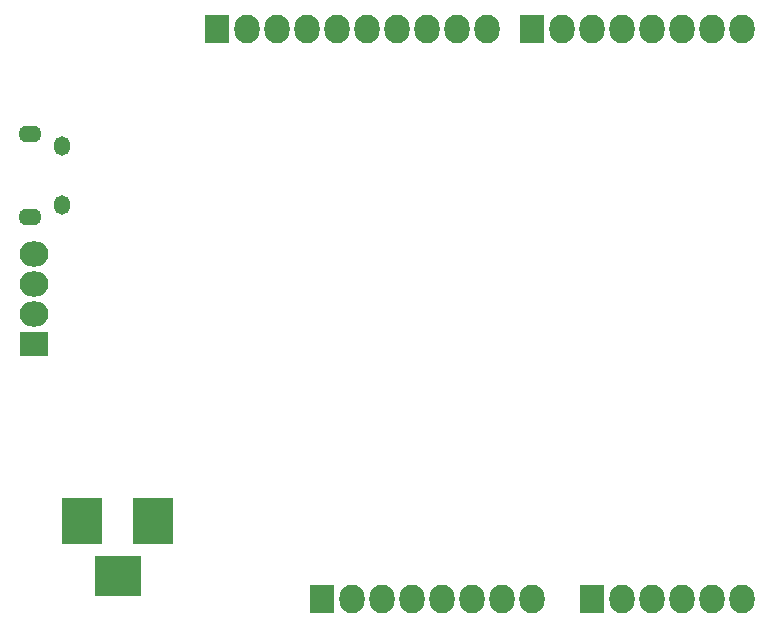
<source format=gbs>
G04 #@! TF.FileFunction,Soldermask,Bot*
%FSLAX46Y46*%
G04 Gerber Fmt 4.6, Leading zero omitted, Abs format (unit mm)*
G04 Created by KiCad (PCBNEW 201611122049+7349~55~ubuntu16.04.1) date Wed Nov 16 13:21:17 2016*
%MOMM*%
%LPD*%
G01*
G04 APERTURE LIST*
%ADD10C,0.100000*%
%ADD11R,2.432000X2.127200*%
%ADD12O,2.432000X2.127200*%
%ADD13O,2.127200X2.432000*%
%ADD14R,2.127200X2.432000*%
%ADD15R,3.900120X3.401200*%
%ADD16R,3.401200X3.900120*%
%ADD17O,1.950000X1.400000*%
%ADD18O,1.350000X1.650000*%
G04 APERTURE END LIST*
D10*
D11*
X112776000Y-87630000D03*
D12*
X112776000Y-85090000D03*
X112776000Y-82550000D03*
X112776000Y-80010000D03*
D13*
X154940000Y-109220000D03*
X152400000Y-109220000D03*
X149860000Y-109220000D03*
X147320000Y-109220000D03*
X144780000Y-109220000D03*
X142240000Y-109220000D03*
X139700000Y-109220000D03*
D14*
X137160000Y-109220000D03*
D13*
X172720000Y-109220000D03*
X170180000Y-109220000D03*
X167640000Y-109220000D03*
X165100000Y-109220000D03*
X162560000Y-109220000D03*
D14*
X160020000Y-109220000D03*
X154940000Y-60960000D03*
D13*
X157480000Y-60960000D03*
X160020000Y-60960000D03*
X162560000Y-60960000D03*
X165100000Y-60960000D03*
X167640000Y-60960000D03*
X170180000Y-60960000D03*
X172720000Y-60960000D03*
X151130000Y-60960000D03*
X148590000Y-60960000D03*
X146050000Y-60960000D03*
X143510000Y-60960000D03*
X140970000Y-60960000D03*
X138430000Y-60960000D03*
X135890000Y-60960000D03*
X133350000Y-60960000D03*
X130810000Y-60960000D03*
D14*
X128270000Y-60960000D03*
D15*
X119839740Y-107315000D03*
D16*
X116840000Y-102616000D03*
X122839480Y-102616000D03*
D17*
X112400540Y-76905100D03*
X112400540Y-69905100D03*
D18*
X115100540Y-75905100D03*
X115100540Y-70905100D03*
M02*

</source>
